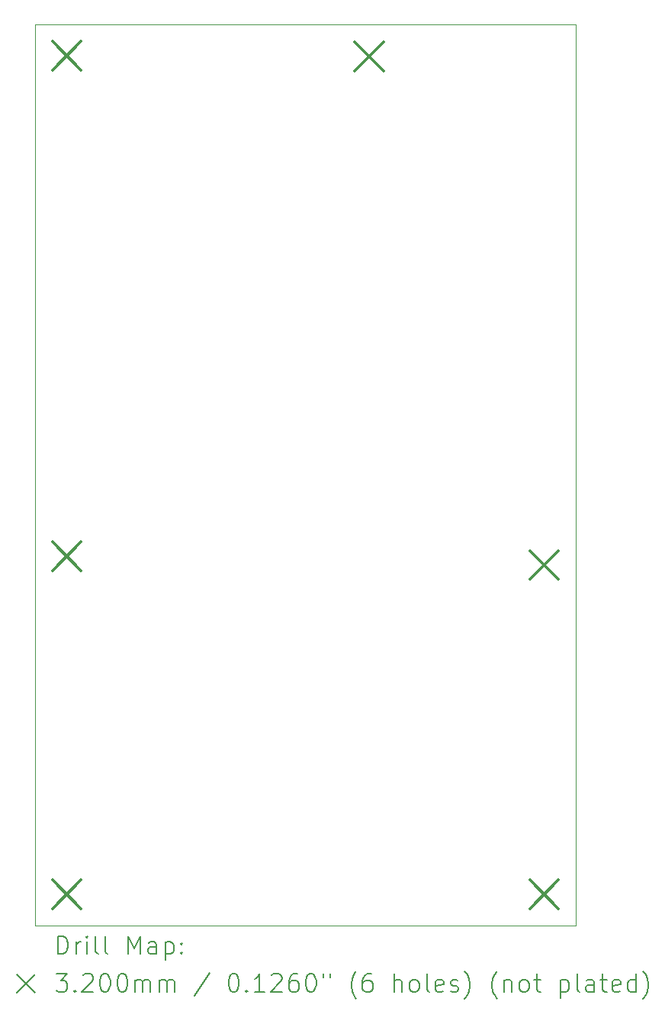
<source format=gbr>
%TF.GenerationSoftware,KiCad,Pcbnew,(6.0.7-1)-1*%
%TF.CreationDate,2023-01-06T15:11:38+01:00*%
%TF.ProjectId,ESC-power-epc,4553432d-706f-4776-9572-2d6570632e6b,rev?*%
%TF.SameCoordinates,Original*%
%TF.FileFunction,Drillmap*%
%TF.FilePolarity,Positive*%
%FSLAX45Y45*%
G04 Gerber Fmt 4.5, Leading zero omitted, Abs format (unit mm)*
G04 Created by KiCad (PCBNEW (6.0.7-1)-1) date 2023-01-06 15:11:38*
%MOMM*%
%LPD*%
G01*
G04 APERTURE LIST*
%ADD10C,0.100000*%
%ADD11C,0.200000*%
%ADD12C,0.320000*%
G04 APERTURE END LIST*
D10*
X6575000Y-4000000D02*
X12575000Y-4000000D01*
X12575000Y-4000000D02*
X12575000Y-14000000D01*
X12575000Y-14000000D02*
X6575000Y-14000000D01*
X6575000Y-14000000D02*
X6575000Y-4000000D01*
D11*
D12*
X6765000Y-4190000D02*
X7085000Y-4510000D01*
X7085000Y-4190000D02*
X6765000Y-4510000D01*
X6765000Y-9740000D02*
X7085000Y-10060000D01*
X7085000Y-9740000D02*
X6765000Y-10060000D01*
X6765000Y-13490000D02*
X7085000Y-13810000D01*
X7085000Y-13490000D02*
X6765000Y-13810000D01*
X10120000Y-4195000D02*
X10440000Y-4515000D01*
X10440000Y-4195000D02*
X10120000Y-4515000D01*
X12065000Y-9840000D02*
X12385000Y-10160000D01*
X12385000Y-9840000D02*
X12065000Y-10160000D01*
X12065000Y-13490000D02*
X12385000Y-13810000D01*
X12385000Y-13490000D02*
X12065000Y-13810000D01*
D11*
X6827619Y-14315476D02*
X6827619Y-14115476D01*
X6875238Y-14115476D01*
X6903809Y-14125000D01*
X6922857Y-14144048D01*
X6932381Y-14163095D01*
X6941905Y-14201190D01*
X6941905Y-14229762D01*
X6932381Y-14267857D01*
X6922857Y-14286905D01*
X6903809Y-14305952D01*
X6875238Y-14315476D01*
X6827619Y-14315476D01*
X7027619Y-14315476D02*
X7027619Y-14182143D01*
X7027619Y-14220238D02*
X7037143Y-14201190D01*
X7046667Y-14191667D01*
X7065714Y-14182143D01*
X7084762Y-14182143D01*
X7151428Y-14315476D02*
X7151428Y-14182143D01*
X7151428Y-14115476D02*
X7141905Y-14125000D01*
X7151428Y-14134524D01*
X7160952Y-14125000D01*
X7151428Y-14115476D01*
X7151428Y-14134524D01*
X7275238Y-14315476D02*
X7256190Y-14305952D01*
X7246667Y-14286905D01*
X7246667Y-14115476D01*
X7380000Y-14315476D02*
X7360952Y-14305952D01*
X7351428Y-14286905D01*
X7351428Y-14115476D01*
X7608571Y-14315476D02*
X7608571Y-14115476D01*
X7675238Y-14258333D01*
X7741905Y-14115476D01*
X7741905Y-14315476D01*
X7922857Y-14315476D02*
X7922857Y-14210714D01*
X7913333Y-14191667D01*
X7894286Y-14182143D01*
X7856190Y-14182143D01*
X7837143Y-14191667D01*
X7922857Y-14305952D02*
X7903809Y-14315476D01*
X7856190Y-14315476D01*
X7837143Y-14305952D01*
X7827619Y-14286905D01*
X7827619Y-14267857D01*
X7837143Y-14248809D01*
X7856190Y-14239286D01*
X7903809Y-14239286D01*
X7922857Y-14229762D01*
X8018095Y-14182143D02*
X8018095Y-14382143D01*
X8018095Y-14191667D02*
X8037143Y-14182143D01*
X8075238Y-14182143D01*
X8094286Y-14191667D01*
X8103809Y-14201190D01*
X8113333Y-14220238D01*
X8113333Y-14277381D01*
X8103809Y-14296428D01*
X8094286Y-14305952D01*
X8075238Y-14315476D01*
X8037143Y-14315476D01*
X8018095Y-14305952D01*
X8199048Y-14296428D02*
X8208571Y-14305952D01*
X8199048Y-14315476D01*
X8189524Y-14305952D01*
X8199048Y-14296428D01*
X8199048Y-14315476D01*
X8199048Y-14191667D02*
X8208571Y-14201190D01*
X8199048Y-14210714D01*
X8189524Y-14201190D01*
X8199048Y-14191667D01*
X8199048Y-14210714D01*
X6370000Y-14545000D02*
X6570000Y-14745000D01*
X6570000Y-14545000D02*
X6370000Y-14745000D01*
X6808571Y-14535476D02*
X6932381Y-14535476D01*
X6865714Y-14611667D01*
X6894286Y-14611667D01*
X6913333Y-14621190D01*
X6922857Y-14630714D01*
X6932381Y-14649762D01*
X6932381Y-14697381D01*
X6922857Y-14716428D01*
X6913333Y-14725952D01*
X6894286Y-14735476D01*
X6837143Y-14735476D01*
X6818095Y-14725952D01*
X6808571Y-14716428D01*
X7018095Y-14716428D02*
X7027619Y-14725952D01*
X7018095Y-14735476D01*
X7008571Y-14725952D01*
X7018095Y-14716428D01*
X7018095Y-14735476D01*
X7103809Y-14554524D02*
X7113333Y-14545000D01*
X7132381Y-14535476D01*
X7180000Y-14535476D01*
X7199048Y-14545000D01*
X7208571Y-14554524D01*
X7218095Y-14573571D01*
X7218095Y-14592619D01*
X7208571Y-14621190D01*
X7094286Y-14735476D01*
X7218095Y-14735476D01*
X7341905Y-14535476D02*
X7360952Y-14535476D01*
X7380000Y-14545000D01*
X7389524Y-14554524D01*
X7399048Y-14573571D01*
X7408571Y-14611667D01*
X7408571Y-14659286D01*
X7399048Y-14697381D01*
X7389524Y-14716428D01*
X7380000Y-14725952D01*
X7360952Y-14735476D01*
X7341905Y-14735476D01*
X7322857Y-14725952D01*
X7313333Y-14716428D01*
X7303809Y-14697381D01*
X7294286Y-14659286D01*
X7294286Y-14611667D01*
X7303809Y-14573571D01*
X7313333Y-14554524D01*
X7322857Y-14545000D01*
X7341905Y-14535476D01*
X7532381Y-14535476D02*
X7551428Y-14535476D01*
X7570476Y-14545000D01*
X7580000Y-14554524D01*
X7589524Y-14573571D01*
X7599048Y-14611667D01*
X7599048Y-14659286D01*
X7589524Y-14697381D01*
X7580000Y-14716428D01*
X7570476Y-14725952D01*
X7551428Y-14735476D01*
X7532381Y-14735476D01*
X7513333Y-14725952D01*
X7503809Y-14716428D01*
X7494286Y-14697381D01*
X7484762Y-14659286D01*
X7484762Y-14611667D01*
X7494286Y-14573571D01*
X7503809Y-14554524D01*
X7513333Y-14545000D01*
X7532381Y-14535476D01*
X7684762Y-14735476D02*
X7684762Y-14602143D01*
X7684762Y-14621190D02*
X7694286Y-14611667D01*
X7713333Y-14602143D01*
X7741905Y-14602143D01*
X7760952Y-14611667D01*
X7770476Y-14630714D01*
X7770476Y-14735476D01*
X7770476Y-14630714D02*
X7780000Y-14611667D01*
X7799048Y-14602143D01*
X7827619Y-14602143D01*
X7846667Y-14611667D01*
X7856190Y-14630714D01*
X7856190Y-14735476D01*
X7951428Y-14735476D02*
X7951428Y-14602143D01*
X7951428Y-14621190D02*
X7960952Y-14611667D01*
X7980000Y-14602143D01*
X8008571Y-14602143D01*
X8027619Y-14611667D01*
X8037143Y-14630714D01*
X8037143Y-14735476D01*
X8037143Y-14630714D02*
X8046667Y-14611667D01*
X8065714Y-14602143D01*
X8094286Y-14602143D01*
X8113333Y-14611667D01*
X8122857Y-14630714D01*
X8122857Y-14735476D01*
X8513333Y-14525952D02*
X8341905Y-14783095D01*
X8770476Y-14535476D02*
X8789524Y-14535476D01*
X8808571Y-14545000D01*
X8818095Y-14554524D01*
X8827619Y-14573571D01*
X8837143Y-14611667D01*
X8837143Y-14659286D01*
X8827619Y-14697381D01*
X8818095Y-14716428D01*
X8808571Y-14725952D01*
X8789524Y-14735476D01*
X8770476Y-14735476D01*
X8751429Y-14725952D01*
X8741905Y-14716428D01*
X8732381Y-14697381D01*
X8722857Y-14659286D01*
X8722857Y-14611667D01*
X8732381Y-14573571D01*
X8741905Y-14554524D01*
X8751429Y-14545000D01*
X8770476Y-14535476D01*
X8922857Y-14716428D02*
X8932381Y-14725952D01*
X8922857Y-14735476D01*
X8913333Y-14725952D01*
X8922857Y-14716428D01*
X8922857Y-14735476D01*
X9122857Y-14735476D02*
X9008571Y-14735476D01*
X9065714Y-14735476D02*
X9065714Y-14535476D01*
X9046667Y-14564048D01*
X9027619Y-14583095D01*
X9008571Y-14592619D01*
X9199048Y-14554524D02*
X9208571Y-14545000D01*
X9227619Y-14535476D01*
X9275238Y-14535476D01*
X9294286Y-14545000D01*
X9303810Y-14554524D01*
X9313333Y-14573571D01*
X9313333Y-14592619D01*
X9303810Y-14621190D01*
X9189524Y-14735476D01*
X9313333Y-14735476D01*
X9484762Y-14535476D02*
X9446667Y-14535476D01*
X9427619Y-14545000D01*
X9418095Y-14554524D01*
X9399048Y-14583095D01*
X9389524Y-14621190D01*
X9389524Y-14697381D01*
X9399048Y-14716428D01*
X9408571Y-14725952D01*
X9427619Y-14735476D01*
X9465714Y-14735476D01*
X9484762Y-14725952D01*
X9494286Y-14716428D01*
X9503810Y-14697381D01*
X9503810Y-14649762D01*
X9494286Y-14630714D01*
X9484762Y-14621190D01*
X9465714Y-14611667D01*
X9427619Y-14611667D01*
X9408571Y-14621190D01*
X9399048Y-14630714D01*
X9389524Y-14649762D01*
X9627619Y-14535476D02*
X9646667Y-14535476D01*
X9665714Y-14545000D01*
X9675238Y-14554524D01*
X9684762Y-14573571D01*
X9694286Y-14611667D01*
X9694286Y-14659286D01*
X9684762Y-14697381D01*
X9675238Y-14716428D01*
X9665714Y-14725952D01*
X9646667Y-14735476D01*
X9627619Y-14735476D01*
X9608571Y-14725952D01*
X9599048Y-14716428D01*
X9589524Y-14697381D01*
X9580000Y-14659286D01*
X9580000Y-14611667D01*
X9589524Y-14573571D01*
X9599048Y-14554524D01*
X9608571Y-14545000D01*
X9627619Y-14535476D01*
X9770476Y-14535476D02*
X9770476Y-14573571D01*
X9846667Y-14535476D02*
X9846667Y-14573571D01*
X10141905Y-14811667D02*
X10132381Y-14802143D01*
X10113333Y-14773571D01*
X10103810Y-14754524D01*
X10094286Y-14725952D01*
X10084762Y-14678333D01*
X10084762Y-14640238D01*
X10094286Y-14592619D01*
X10103810Y-14564048D01*
X10113333Y-14545000D01*
X10132381Y-14516428D01*
X10141905Y-14506905D01*
X10303810Y-14535476D02*
X10265714Y-14535476D01*
X10246667Y-14545000D01*
X10237143Y-14554524D01*
X10218095Y-14583095D01*
X10208571Y-14621190D01*
X10208571Y-14697381D01*
X10218095Y-14716428D01*
X10227619Y-14725952D01*
X10246667Y-14735476D01*
X10284762Y-14735476D01*
X10303810Y-14725952D01*
X10313333Y-14716428D01*
X10322857Y-14697381D01*
X10322857Y-14649762D01*
X10313333Y-14630714D01*
X10303810Y-14621190D01*
X10284762Y-14611667D01*
X10246667Y-14611667D01*
X10227619Y-14621190D01*
X10218095Y-14630714D01*
X10208571Y-14649762D01*
X10560952Y-14735476D02*
X10560952Y-14535476D01*
X10646667Y-14735476D02*
X10646667Y-14630714D01*
X10637143Y-14611667D01*
X10618095Y-14602143D01*
X10589524Y-14602143D01*
X10570476Y-14611667D01*
X10560952Y-14621190D01*
X10770476Y-14735476D02*
X10751429Y-14725952D01*
X10741905Y-14716428D01*
X10732381Y-14697381D01*
X10732381Y-14640238D01*
X10741905Y-14621190D01*
X10751429Y-14611667D01*
X10770476Y-14602143D01*
X10799048Y-14602143D01*
X10818095Y-14611667D01*
X10827619Y-14621190D01*
X10837143Y-14640238D01*
X10837143Y-14697381D01*
X10827619Y-14716428D01*
X10818095Y-14725952D01*
X10799048Y-14735476D01*
X10770476Y-14735476D01*
X10951429Y-14735476D02*
X10932381Y-14725952D01*
X10922857Y-14706905D01*
X10922857Y-14535476D01*
X11103810Y-14725952D02*
X11084762Y-14735476D01*
X11046667Y-14735476D01*
X11027619Y-14725952D01*
X11018095Y-14706905D01*
X11018095Y-14630714D01*
X11027619Y-14611667D01*
X11046667Y-14602143D01*
X11084762Y-14602143D01*
X11103810Y-14611667D01*
X11113333Y-14630714D01*
X11113333Y-14649762D01*
X11018095Y-14668809D01*
X11189524Y-14725952D02*
X11208571Y-14735476D01*
X11246667Y-14735476D01*
X11265714Y-14725952D01*
X11275238Y-14706905D01*
X11275238Y-14697381D01*
X11265714Y-14678333D01*
X11246667Y-14668809D01*
X11218095Y-14668809D01*
X11199048Y-14659286D01*
X11189524Y-14640238D01*
X11189524Y-14630714D01*
X11199048Y-14611667D01*
X11218095Y-14602143D01*
X11246667Y-14602143D01*
X11265714Y-14611667D01*
X11341905Y-14811667D02*
X11351428Y-14802143D01*
X11370476Y-14773571D01*
X11380000Y-14754524D01*
X11389524Y-14725952D01*
X11399048Y-14678333D01*
X11399048Y-14640238D01*
X11389524Y-14592619D01*
X11380000Y-14564048D01*
X11370476Y-14545000D01*
X11351428Y-14516428D01*
X11341905Y-14506905D01*
X11703809Y-14811667D02*
X11694286Y-14802143D01*
X11675238Y-14773571D01*
X11665714Y-14754524D01*
X11656190Y-14725952D01*
X11646667Y-14678333D01*
X11646667Y-14640238D01*
X11656190Y-14592619D01*
X11665714Y-14564048D01*
X11675238Y-14545000D01*
X11694286Y-14516428D01*
X11703809Y-14506905D01*
X11780000Y-14602143D02*
X11780000Y-14735476D01*
X11780000Y-14621190D02*
X11789524Y-14611667D01*
X11808571Y-14602143D01*
X11837143Y-14602143D01*
X11856190Y-14611667D01*
X11865714Y-14630714D01*
X11865714Y-14735476D01*
X11989524Y-14735476D02*
X11970476Y-14725952D01*
X11960952Y-14716428D01*
X11951428Y-14697381D01*
X11951428Y-14640238D01*
X11960952Y-14621190D01*
X11970476Y-14611667D01*
X11989524Y-14602143D01*
X12018095Y-14602143D01*
X12037143Y-14611667D01*
X12046667Y-14621190D01*
X12056190Y-14640238D01*
X12056190Y-14697381D01*
X12046667Y-14716428D01*
X12037143Y-14725952D01*
X12018095Y-14735476D01*
X11989524Y-14735476D01*
X12113333Y-14602143D02*
X12189524Y-14602143D01*
X12141905Y-14535476D02*
X12141905Y-14706905D01*
X12151428Y-14725952D01*
X12170476Y-14735476D01*
X12189524Y-14735476D01*
X12408571Y-14602143D02*
X12408571Y-14802143D01*
X12408571Y-14611667D02*
X12427619Y-14602143D01*
X12465714Y-14602143D01*
X12484762Y-14611667D01*
X12494286Y-14621190D01*
X12503809Y-14640238D01*
X12503809Y-14697381D01*
X12494286Y-14716428D01*
X12484762Y-14725952D01*
X12465714Y-14735476D01*
X12427619Y-14735476D01*
X12408571Y-14725952D01*
X12618095Y-14735476D02*
X12599048Y-14725952D01*
X12589524Y-14706905D01*
X12589524Y-14535476D01*
X12780000Y-14735476D02*
X12780000Y-14630714D01*
X12770476Y-14611667D01*
X12751428Y-14602143D01*
X12713333Y-14602143D01*
X12694286Y-14611667D01*
X12780000Y-14725952D02*
X12760952Y-14735476D01*
X12713333Y-14735476D01*
X12694286Y-14725952D01*
X12684762Y-14706905D01*
X12684762Y-14687857D01*
X12694286Y-14668809D01*
X12713333Y-14659286D01*
X12760952Y-14659286D01*
X12780000Y-14649762D01*
X12846667Y-14602143D02*
X12922857Y-14602143D01*
X12875238Y-14535476D02*
X12875238Y-14706905D01*
X12884762Y-14725952D01*
X12903809Y-14735476D01*
X12922857Y-14735476D01*
X13065714Y-14725952D02*
X13046667Y-14735476D01*
X13008571Y-14735476D01*
X12989524Y-14725952D01*
X12980000Y-14706905D01*
X12980000Y-14630714D01*
X12989524Y-14611667D01*
X13008571Y-14602143D01*
X13046667Y-14602143D01*
X13065714Y-14611667D01*
X13075238Y-14630714D01*
X13075238Y-14649762D01*
X12980000Y-14668809D01*
X13246667Y-14735476D02*
X13246667Y-14535476D01*
X13246667Y-14725952D02*
X13227619Y-14735476D01*
X13189524Y-14735476D01*
X13170476Y-14725952D01*
X13160952Y-14716428D01*
X13151428Y-14697381D01*
X13151428Y-14640238D01*
X13160952Y-14621190D01*
X13170476Y-14611667D01*
X13189524Y-14602143D01*
X13227619Y-14602143D01*
X13246667Y-14611667D01*
X13322857Y-14811667D02*
X13332381Y-14802143D01*
X13351428Y-14773571D01*
X13360952Y-14754524D01*
X13370476Y-14725952D01*
X13380000Y-14678333D01*
X13380000Y-14640238D01*
X13370476Y-14592619D01*
X13360952Y-14564048D01*
X13351428Y-14545000D01*
X13332381Y-14516428D01*
X13322857Y-14506905D01*
M02*

</source>
